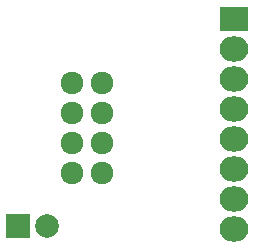
<source format=gbs>
G04 #@! TF.GenerationSoftware,KiCad,Pcbnew,(2017-01-24 revision 0b6147e)-makepkg*
G04 #@! TF.CreationDate,2017-01-26T21:48:18+05:30*
G04 #@! TF.ProjectId,bRF24-breakout,62524632342D627265616B6F75742E6B,0.01*
G04 #@! TF.FileFunction,Soldermask,Bot*
G04 #@! TF.FilePolarity,Negative*
%FSLAX46Y46*%
G04 Gerber Fmt 4.6, Leading zero omitted, Abs format (unit mm)*
G04 Created by KiCad (PCBNEW (2017-01-24 revision 0b6147e)-makepkg) date 01/26/17 21:48:18*
%MOMM*%
%LPD*%
G01*
G04 APERTURE LIST*
%ADD10C,0.100000*%
%ADD11R,2.000000X2.000000*%
%ADD12C,2.000000*%
%ADD13O,2.432000X2.127200*%
%ADD14R,2.432000X2.127200*%
%ADD15C,1.924000*%
G04 APERTURE END LIST*
D10*
D11*
X136652000Y-92202000D03*
D12*
X139152000Y-92202000D03*
D13*
X154940000Y-92456000D03*
X154940000Y-89916000D03*
X154940000Y-87376000D03*
X154940000Y-84836000D03*
X154940000Y-82296000D03*
X154940000Y-79756000D03*
X154940000Y-77216000D03*
D14*
X154940000Y-74676000D03*
D15*
X141245001Y-87728000D03*
X141245001Y-85188000D03*
X141245001Y-82648000D03*
X141245001Y-80108000D03*
X143785001Y-80108000D03*
X143785001Y-82648000D03*
X143785001Y-85188000D03*
X143785001Y-87728000D03*
M02*

</source>
